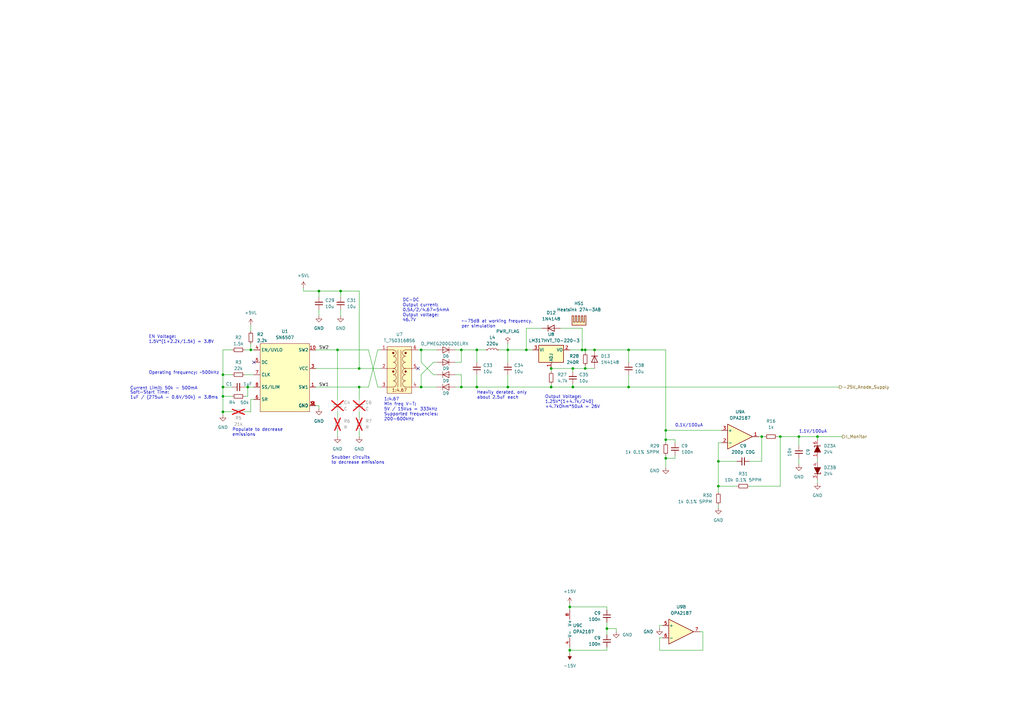
<source format=kicad_sch>
(kicad_sch (version 20230121) (generator eeschema)
  (paper "A3")
  (title_block (title "EuroMeasure Ion Gauge Controller") (date "2023-10-17") (rev "1.0.0"))
  (lib_symbols
    (symbol "Device:C_Small" (pin_numbers hide) (pin_names (offset 0.254) hide)
      (property "Reference" "C" (at 0.254 1.778 0))
      (property "Value" "C_Small" (at 0.254 -2.032 0))
      (symbol "C_Small_0_1"
        (polyline (pts (xy -1.524 -0.508) (xy 1.524 -0.508)) (stroke (width 0.3302)))
        (polyline (pts (xy -1.524 0.508) (xy 1.524 0.508)) (stroke (width 0.3048)))
      )
      (symbol "C_Small_1_1"
        (pin passive line (at 0 2.54 270) (length 2.032) (name "~") (number "1"))
        (pin passive line (at 0 -2.54 90) (length 2.032) (name "~") (number "2"))
      )
    )
    (symbol "Device:R_Small" (pin_numbers hide) (pin_names (offset 0.254) hide)
      (property "Reference" "R" (at 0.762 0.508 0))
      (property "Value" "R_Small" (at 0.762 -1.016 0))
      (symbol "R_Small_0_1"
        (rectangle (start -0.762 1.778) (end 0.762 -1.778) (stroke (width 0.2032)))
      )
      (symbol "R_Small_1_1"
        (pin passive line (at 0 2.54 270) (length 0.762) (name "~") (number "1"))
        (pin passive line (at 0 -2.54 90) (length 0.762) (name "~") (number "2"))
      )
    )
    (symbol "MEMS_Discrete-semiconductor:D_1N4148WS-SOD323" (pin_numbers hide) (pin_names (offset 1.016) hide)
      (property "Reference" "D" (at 0 2.54 0))
      (property "Value" "1N4148" (at 0 -2.54 0))
      (symbol "D_1N4148WS-SOD323_0_1"
        (polyline (pts (xy -1.27 1.27) (xy -1.27 -1.27)) (stroke (width 0.254)))
        (polyline (pts (xy 1.27 0) (xy -1.27 0)))
        (polyline (pts (xy 1.27 1.27) (xy 1.27 -1.27) (xy -1.27 0) (xy 1.27 1.27)) (stroke (width 0.254)))
      )
      (symbol "D_1N4148WS-SOD323_1_1"
        (pin passive line (at -3.81 0 0) (length 2.54) (name "K") (number "1"))
        (pin passive line (at 3.81 0 180) (length 2.54) (name "A") (number "2"))
      )
    )
    (symbol "MEMS_Discrete-semiconductor:D_PMEG200G20ELRX" (pin_numbers hide) (pin_names hide)
      (property "Reference" "D" (at 0 2.54 0))
      (property "Value" "D_PMEG200G20ELRX" (at 0 -2.54 0))
      (symbol "D_PMEG200G20ELRX_0_1"
        (polyline (pts (xy -1.27 -1.27) (xy -1.27 1.27)))
        (polyline (pts (xy 1.27 0) (xy -1.27 0)))
        (polyline (pts (xy 1.27 1.27) (xy 1.27 -1.27) (xy -1.27 0) (xy 1.27 1.27)) (stroke (width 0.2032)))
      )
      (symbol "D_PMEG200G20ELRX_1_1"
        (pin passive line (at -3.81 0 0) (length 2.54) (name "K") (number "1"))
        (pin passive line (at 3.81 0 180) (length 2.54) (name "A") (number "2"))
      )
    )
    (symbol "MEMS_Discrete-semiconductor:D_Zener_2V4_dual_MMBZ5221BS" (pin_names (offset 1.016) hide)
      (property "Reference" "DZ" (at 0 5.08 0))
      (property "Value" "2V4" (at 0 2.54 0))
      (symbol "D_Zener_2V4_dual_MMBZ5221BS_0_1"
        (polyline (pts (xy -1.27 0) (xy 1.27 0)))
        (polyline (pts (xy 1.27 -1.27) (xy 1.27 1.27)) (stroke (width 0.254)))
        (polyline (pts (xy 1.27 1.27) (xy 0.762 1.27)) (stroke (width 0.254)))
        (polyline (pts (xy -1.27 1.27) (xy -1.27 -1.27) (xy 1.27 0) (xy -1.27 1.27)) (stroke (width 0.254)) (fill (type outline)))
      )
      (symbol "D_Zener_2V4_dual_MMBZ5221BS_1_1"
        (pin passive line (at -3.81 0 0) (length 2.54) (name "A") (number "1"))
        (pin passive line (at 3.81 0 180) (length 2.54) (name "K") (number "6"))
      )
      (symbol "D_Zener_2V4_dual_MMBZ5221BS_2_1"
        (pin passive line (at 3.81 0 180) (length 2.54) (name "K") (number "3"))
        (pin passive line (at -3.81 0 0) (length 2.54) (name "A") (number "4"))
      )
    )
    (symbol "MEMS_Electromechanical:Heatsink" (pin_names (offset 1.016))
      (property "Reference" "HS" (at 0 5.08 0))
      (property "Value" "Heatsink 274-3AB" (at 0 -1.27 0))
      (symbol "Heatsink_0_1"
        (polyline (pts (xy -0.3302 1.27) (xy -0.9652 1.27) (xy -0.9652 3.81) (xy -1.6002 3.81) (xy -1.6002 1.27) (xy -2.2352 1.27) (xy -2.2352 3.81) (xy -2.8702 3.81) (xy -2.8702 0) (xy -0.9652 0)) (stroke (width 0.254)) (fill (type background)))
        (polyline (pts (xy -0.3302 1.27) (xy -0.3302 3.81) (xy 0.3048 3.81) (xy 0.3048 1.27) (xy 0.9398 1.27) (xy 0.9398 3.81) (xy 1.5748 3.81) (xy 1.5748 1.27) (xy 2.2098 1.27) (xy 2.2098 3.81) (xy 2.8448 3.81) (xy 2.8448 0) (xy -0.9652 0)) (stroke (width 0.254)) (fill (type background)))
      )
    )
    (symbol "MEMS_IC:LM317HVT_TO-220-3" (pin_names (offset 0.254))
      (property "Reference" "U1" (at 0 6.35 0))
      (property "Value" "LM317HVT_TO-220-3" (at 0 3.81 0))
      (symbol "LM317HVT_TO-220-3_0_1"
        (rectangle (start -5.08 1.905) (end 5.08 -5.08) (stroke (width 0.254)) (fill (type background)))
      )
      (symbol "LM317HVT_TO-220-3_1_1"
        (pin input line (at 0 -7.62 90) (length 2.54) (name "ADJ") (number "1"))
        (pin power_out line (at 7.62 0 180) (length 2.54) (name "VO") (number "2"))
        (pin power_in line (at -7.62 0 0) (length 2.54) (name "VI") (number "3"))
      )
    )
    (symbol "MEMS_IC:OPA2187IDR-SOIC8" (pin_names (offset 0.127))
      (property "Reference" "U" (at 0 5.08 0))
      (property "Value" "OPA2187" (at 0 -5.08 0))
      (symbol "OPA2187IDR-SOIC8_1_1"
        (polyline (pts (xy -5.08 5.08) (xy 5.08 0) (xy -5.08 -5.08) (xy -5.08 5.08)) (stroke (width 0.254)) (fill (type background)))
        (pin output line (at 7.62 0 180) (length 2.54) (name "~") (number "1"))
        (pin input line (at -7.62 -2.54 0) (length 2.54) (name "-") (number "2"))
        (pin input line (at -7.62 2.54 0) (length 2.54) (name "+") (number "3"))
      )
      (symbol "OPA2187IDR-SOIC8_2_1"
        (polyline (pts (xy -5.08 5.08) (xy 5.08 0) (xy -5.08 -5.08) (xy -5.08 5.08)) (stroke (width 0.254)) (fill (type background)))
        (pin input line (at -7.62 2.54 0) (length 2.54) (name "+") (number "5"))
        (pin input line (at -7.62 -2.54 0) (length 2.54) (name "-") (number "6"))
        (pin output line (at 7.62 0 180) (length 2.54) (name "~") (number "7"))
      )
      (symbol "OPA2187IDR-SOIC8_3_1"
        (pin power_in line (at -2.54 -7.62 90) (length 3.81) (name "V-") (number "4"))
        (pin power_in line (at -2.54 7.62 270) (length 3.81) (name "V+") (number "8"))
      )
    )
    (symbol "MEMS_IC:SN6507"
      (property "Reference" "U" (at -8.89 13.97 0))
      (property "Value" "SN6507" (at 6.35 -16.51 0))
      (symbol "SN6507_0_1"
        (rectangle (start -10.16 12.7) (end 10.16 -15.24) (fill (type background)))
      )
      (symbol "SN6507_1_1"
        (pin open_collector line (at 12.7 -5.08 180) (length 2.54) (name "SW1") (number "1"))
        (pin open_collector line (at 12.7 10.16 180) (length 2.54) (name "SW2") (number "10"))
        (pin power_in line (at 12.7 -12.7 180) (length 2.54) (name "GND") (number "11"))
        (pin power_in line (at 12.7 -12.7 180) (length 2.54) (name "GND") (number "2"))
        (pin power_in line (at 12.7 2.54 180) (length 2.54) (name "VCC") (number "3"))
        (pin input line (at -12.7 10.16 0) (length 2.54) (name "EN/UVLO") (number "4"))
        (pin input line (at -12.7 5.08 0) (length 2.54) (name "DC") (number "5"))
        (pin input line (at -12.7 -10.16 0) (length 2.54) (name "SR") (number "6"))
        (pin input line (at -12.7 0 0) (length 2.54) (name "CLK") (number "7"))
        (pin input line (at -12.7 -5.08 0) (length 2.54) (name "SS/ILIM") (number "8"))
        (pin power_in line (at 12.7 -12.7 180) (length 2.54) (name "GND") (number "9"))
      )
    )
    (symbol "MEMS_Passive:L_1210_220u" (pin_numbers hide) (pin_names hide)
      (property "Reference" "L" (at 0 1.905 0))
      (property "Value" "220u" (at 0 3.81 0))
      (symbol "L_1210_220u_0_1"
        (arc (start -0.635 0.0252) (mid -1.27 0.6355) (end -1.905 0.0252))
        (arc (start 0.635 0.0252) (mid 0 0.649) (end -0.635 0.0252))
        (arc (start 1.905 0.0252) (mid 1.27 0.649) (end 0.635 0.0252))
      )
      (symbol "L_1210_220u_1_1"
        (pin passive line (at -2.54 0 0) (length 0.64) (name "~") (number "1"))
        (pin passive line (at 2.54 0 180) (length 0.64) (name "~") (number "2"))
      )
    )
    (symbol "MEMS_Passive:R_0805_10k_0.1%_5PPM" (pin_numbers hide) (pin_names (offset 0.254) hide)
      (property "Reference" "R" (at 0.762 0.508 0))
      (property "Value" "10k 0.1% 5PPM" (at 0.762 -1.016 0))
      (symbol "R_0805_10k_0.1%_5PPM_0_1"
        (rectangle (start -0.762 1.778) (end 0.762 -1.778) (stroke (width 0.2032)))
      )
      (symbol "R_0805_10k_0.1%_5PPM_1_1"
        (pin passive line (at 0 2.54 270) (length 0.762) (name "~") (number "1"))
        (pin passive line (at 0 -2.54 90) (length 0.762) (name "~") (number "2"))
      )
    )
    (symbol "MEMS_Passive:R_0805_1k_0.1%_5PPM" (pin_numbers hide) (pin_names (offset 0.254) hide)
      (property "Reference" "R" (at 0.762 0.508 0))
      (property "Value" "1k 0.1% 5PPM" (at 0.762 -1.016 0))
      (symbol "R_0805_1k_0.1%_5PPM_0_1"
        (rectangle (start -0.762 1.778) (end 0.762 -1.778) (stroke (width 0.2032)))
      )
      (symbol "R_0805_1k_0.1%_5PPM_1_1"
        (pin passive line (at 0 2.54 270) (length 0.762) (name "~") (number "1"))
        (pin passive line (at 0 -2.54 90) (length 0.762) (name "~") (number "2"))
      )
    )
    (symbol "MEMS_Passive:T_750316856"
      (property "Reference" "T" (at 0 10.16 0))
      (property "Value" "T_750316856" (at 0 -11.43 0))
      (symbol "T_750316856_0_1"
        (rectangle (start -5.08 8.89) (end 5.08 -10.16) (fill (type background)))
        (circle (center -2.54 -1.27) (radius 0.3592) (fill (type outline)))
        (arc (start -2.54 5.08) (mid -1.3051 6.35) (end -2.54 7.62))
        (circle (center -2.54 6.35) (radius 0.3592) (fill (type outline)))
        (arc (start -2.5044 -7.62) (mid -1.2695 -6.35) (end -2.5044 -5.08))
        (arc (start -2.5044 -5.08) (mid -1.2695 -3.81) (end -2.5044 -2.54))
        (arc (start -2.5044 -2.54) (mid -1.2695 -1.27) (end -2.5044 0))
        (arc (start -2.5044 0) (mid -1.2695 1.27) (end -2.5044 2.54))
        (arc (start -2.5044 2.54) (mid -1.2695 3.81) (end -2.5044 5.08))
        (polyline (pts (xy -5.08 0) (xy -2.54 0)))
        (polyline (pts (xy -2.54 -7.62) (xy -5.08 -7.62)))
        (polyline (pts (xy -2.54 7.62) (xy -5.08 7.62)))
        (polyline (pts (xy -0.635 7.62) (xy -0.635 -7.62)))
        (polyline (pts (xy 0.635 -7.62) (xy 0.635 7.62)))
        (polyline (pts (xy 2.54 0) (xy 5.08 0)))
        (polyline (pts (xy 5.08 -7.62) (xy 2.54 -7.62)))
        (polyline (pts (xy 5.08 7.62) (xy 2.54 7.62)))
        (arc (start 2.4688 -2.54) (mid 1.2339 -3.81) (end 2.4688 -5.08))
        (arc (start 2.4688 0) (mid 1.2339 -1.27) (end 2.4688 -2.54))
        (arc (start 2.4688 2.54) (mid 1.2339 1.27) (end 2.4688 0))
        (arc (start 2.4688 5.08) (mid 1.2339 3.81) (end 2.4688 2.54))
        (arc (start 2.4688 7.62) (mid 1.2339 6.35) (end 2.4688 5.08))
        (arc (start 2.5044 -5.08) (mid 1.2695 -6.35) (end 2.5044 -7.62))
        (circle (center 2.54 -1.27) (radius 0.3592) (fill (type outline)))
        (circle (center 2.54 6.35) (radius 0.3592) (fill (type outline)))
      )
      (symbol "T_750316856_1_0"
        (text "1:4.67" (at 0 -8.89 0) (effects (font (size 1.27 1.27))))
      )
      (symbol "T_750316856_1_1"
        (pin passive line (at -7.62 7.62 0) (length 2.54) (name "") (number "1"))
        (pin passive line (at -7.62 0 0) (length 2.54) (name "") (number "2"))
        (pin passive line (at -7.62 -7.62 0) (length 2.54) (name "") (number "3"))
        (pin passive line (at 7.62 -7.62 180) (length 2.54) (name "") (number "4"))
        (pin passive line (at 7.62 0 180) (length 2.54) (name "") (number "5"))
        (pin passive line (at 7.62 7.62 180) (length 2.54) (name "") (number "6"))
      )
    )
    (symbol "power:+15V" (power) (pin_names (offset 0))
      (property "Value" "+15V" (at 0 3.556 0))
      (symbol "+15V_0_1"
        (polyline (pts (xy -0.762 1.27) (xy 0 2.54)))
        (polyline (pts (xy 0 0) (xy 0 2.54)))
        (polyline (pts (xy 0 2.54) (xy 0.762 1.27)))
      )
      (symbol "+15V_1_1"
        (pin power_in line (at 0 0 90) (length 0) hide (name "+15V") (number "1"))
      )
    )
    (symbol "power:+5VL" (power) (pin_names (offset 0))
      (property "Value" "+5VL" (at 0 3.556 0))
      (symbol "+5VL_0_1"
        (polyline (pts (xy -0.762 1.27) (xy 0 2.54)))
        (polyline (pts (xy 0 0) (xy 0 2.54)))
        (polyline (pts (xy 0 2.54) (xy 0.762 1.27)))
      )
      (symbol "+5VL_1_1"
        (pin power_in line (at 0 0 90) (length 0) hide (name "+5VL") (number "1"))
      )
    )
    (symbol "power:-15V" (power) (pin_names (offset 0))
      (property "Value" "-15V" (at 0 3.81 0))
      (symbol "-15V_0_0"
        (pin power_in line (at 0 0 90) (length 0) hide (name "-15V") (number "1"))
      )
      (symbol "-15V_0_1"
        (polyline (pts (xy 0 0) (xy 0 1.27) (xy 0.762 1.27) (xy 0 2.54) (xy -0.762 1.27) (xy 0 1.27)) (fill (type outline)))
      )
    )
    (symbol "power:GND" (power) (pin_names (offset 0))
      (property "Value" "GND" (at 0 -3.81 0))
      (symbol "GND_0_1"
        (polyline (pts (xy 0 0) (xy 0 -1.27) (xy 1.27 -1.27) (xy 0 -2.54) (xy -1.27 -1.27) (xy 0 -1.27)))
      )
      (symbol "GND_1_1"
        (pin power_in line (at 0 0 270) (length 0) hide (name "GND") (number "1"))
      )
    )
    (symbol "power:PWR_FLAG" (power) (pin_numbers hide) (pin_names (offset 0) hide)
      (property "Value" "PWR_FLAG" (at 0 3.81 0))
      (symbol "PWR_FLAG_0_0"
        (pin power_out line (at 0 0 90) (length 0) (name "pwr") (number "1"))
      )
      (symbol "PWR_FLAG_0_1"
        (polyline (pts (xy 0 0) (xy 0 1.27) (xy -1.016 1.905) (xy 0 2.54) (xy 1.016 1.905) (xy 0 1.27)))
      )
    )
  )
  (junction (at 208.28 143.51))
  (junction (at 294.64 199.39))
  (junction (at 238.76 143.51))
  (junction (at 335.28 179.07))
  (junction (at 273.05 180.34))
  (junction (at 273.05 176.53))
  (junction (at 195.58 158.75))
  (junction (at 139.7 119.38))
  (junction (at 226.06 151.13))
  (junction (at 91.44 153.67))
  (junction (at 234.95 151.13))
  (junction (at 102.87 143.51))
  (junction (at 91.44 158.75))
  (junction (at 320.04 179.07))
  (junction (at 138.43 143.51))
  (junction (at 273.05 187.96))
  (junction (at 91.44 168.91))
  (junction (at 234.95 158.75))
  (junction (at 257.81 158.75))
  (junction (at 312.42 179.07))
  (junction (at 248.92 257.81))
  (junction (at 233.68 248.92))
  (junction (at 147.32 151.13))
  (junction (at 327.66 179.07))
  (junction (at 215.9 143.51))
  (junction (at 226.06 158.75))
  (junction (at 189.23 143.51))
  (junction (at 240.03 143.51))
  (junction (at 91.44 162.56))
  (junction (at 101.6 158.75))
  (junction (at 172.72 158.75))
  (junction (at 294.64 189.23))
  (junction (at 147.32 158.75))
  (junction (at 243.84 143.51))
  (junction (at 233.68 266.7))
  (junction (at 195.58 143.51))
  (junction (at 189.23 158.75))
  (junction (at 257.81 143.51))
  (junction (at 240.03 151.13))
  (junction (at 208.28 158.75))
  (junction (at 172.72 143.51))
  (junction (at 130.81 119.38))
  (no_connect (at 104.14 148.59))
  (no_connect (at 171.45 151.13))
  (wire (pts (xy 294.64 181.61) (xy 295.91 181.61)))
  (wire (pts (xy 91.44 162.56) (xy 91.44 158.75)))
  (wire (pts (xy 130.81 166.37) (xy 129.54 166.37)))
  (wire (pts (xy 130.81 119.38) (xy 130.81 121.92)))
  (wire (pts (xy 208.28 143.51) (xy 215.9 143.51)))
  (wire (pts (xy 186.69 153.67) (xy 189.23 153.67)))
  (wire (pts (xy 177.8 148.59) (xy 179.07 148.59)))
  (wire (pts (xy 234.95 151.13) (xy 234.95 152.4)))
  (wire (pts (xy 139.7 119.38) (xy 147.32 119.38)))
  (wire (pts (xy 270.51 257.81) (xy 270.51 256.54)))
  (wire (pts (xy 234.95 157.48) (xy 234.95 158.75)))
  (wire (pts (xy 101.6 158.75) (xy 104.14 158.75)))
  (wire (pts (xy 139.7 119.38) (xy 139.7 121.92)))
  (wire (pts (xy 257.81 143.51) (xy 273.05 143.51)))
  (wire (pts (xy 215.9 143.51) (xy 218.44 143.51)))
  (wire (pts (xy 273.05 186.69) (xy 273.05 187.96)))
  (wire (pts (xy 102.87 168.91) (xy 100.33 168.91)))
  (wire (pts (xy 327.66 187.96) (xy 327.66 190.5)))
  (wire (pts (xy 248.92 248.92) (xy 233.68 248.92)))
  (wire (pts (xy 240.03 143.51) (xy 243.84 143.51)))
  (wire (pts (xy 270.51 266.7) (xy 288.29 266.7)))
  (wire (pts (xy 240.03 143.51) (xy 238.76 143.51)))
  (wire (pts (xy 138.43 143.51) (xy 138.43 163.83)))
  (wire (pts (xy 147.32 168.91) (xy 147.32 171.45)))
  (wire (pts (xy 186.69 148.59) (xy 189.23 148.59)))
  (wire (pts (xy 320.04 179.07) (xy 327.66 179.07)))
  (wire (pts (xy 312.42 179.07) (xy 313.69 179.07)))
  (wire (pts (xy 124.46 119.38) (xy 130.81 119.38)))
  (wire (pts (xy 335.28 187.96) (xy 335.28 189.23)))
  (wire (pts (xy 208.28 140.97) (xy 208.28 143.51)))
  (wire (pts (xy 276.86 187.96) (xy 273.05 187.96)))
  (wire (pts (xy 248.92 257.81) (xy 248.92 260.35)))
  (wire (pts (xy 226.06 151.13) (xy 234.95 151.13)))
  (wire (pts (xy 208.28 158.75) (xy 226.06 158.75)))
  (wire (pts (xy 270.51 256.54) (xy 271.78 256.54)))
  (wire (pts (xy 271.78 261.62) (xy 270.51 261.62)))
  (wire (pts (xy 154.94 143.51) (xy 151.13 158.75)))
  (wire (pts (xy 138.43 143.51) (xy 151.13 143.51)))
  (wire (pts (xy 154.94 158.75) (xy 156.21 158.75)))
  (wire (pts (xy 130.81 119.38) (xy 139.7 119.38)))
  (wire (pts (xy 312.42 189.23) (xy 312.42 179.07)))
  (wire (pts (xy 151.13 143.51) (xy 154.94 158.75)))
  (wire (pts (xy 240.03 144.78) (xy 240.03 143.51)))
  (wire (pts (xy 320.04 179.07) (xy 320.04 199.39)))
  (wire (pts (xy 147.32 119.38) (xy 147.32 151.13)))
  (wire (pts (xy 226.06 158.75) (xy 234.95 158.75)))
  (wire (pts (xy 233.68 143.51) (xy 238.76 143.51)))
  (wire (pts (xy 307.34 199.39) (xy 320.04 199.39)))
  (wire (pts (xy 294.64 207.01) (xy 294.64 208.28)))
  (wire (pts (xy 240.03 151.13) (xy 240.03 149.86)))
  (wire (pts (xy 257.81 148.59) (xy 257.81 143.51)))
  (wire (pts (xy 233.68 266.7) (xy 233.68 267.97)))
  (wire (pts (xy 327.66 179.07) (xy 327.66 182.88)))
  (wire (pts (xy 288.29 266.7) (xy 288.29 259.08)))
  (wire (pts (xy 171.45 143.51) (xy 172.72 143.51)))
  (wire (pts (xy 102.87 140.97) (xy 102.87 143.51)))
  (wire (pts (xy 102.87 133.35) (xy 102.87 135.89)))
  (wire (pts (xy 147.32 151.13) (xy 156.21 151.13)))
  (wire (pts (xy 195.58 153.67) (xy 195.58 158.75)))
  (wire (pts (xy 91.44 158.75) (xy 91.44 153.67)))
  (wire (pts (xy 273.05 180.34) (xy 273.05 181.61)))
  (wire (pts (xy 320.04 179.07) (xy 318.77 179.07)))
  (wire (pts (xy 138.43 168.91) (xy 138.43 171.45)))
  (wire (pts (xy 189.23 143.51) (xy 186.69 143.51)))
  (wire (pts (xy 100.33 162.56) (xy 101.6 162.56)))
  (wire (pts (xy 238.76 134.62) (xy 238.76 143.51)))
  (wire (pts (xy 240.03 151.13) (xy 243.84 151.13)))
  (wire (pts (xy 172.72 148.59) (xy 177.8 153.67)))
  (wire (pts (xy 91.44 158.75) (xy 95.25 158.75)))
  (wire (pts (xy 124.46 118.11) (xy 124.46 119.38)))
  (wire (pts (xy 252.73 259.08) (xy 252.73 257.81)))
  (wire (pts (xy 208.28 148.59) (xy 208.28 143.51)))
  (wire (pts (xy 151.13 158.75) (xy 147.32 158.75)))
  (wire (pts (xy 273.05 180.34) (xy 276.86 180.34)))
  (wire (pts (xy 226.06 157.48) (xy 226.06 158.75)))
  (wire (pts (xy 208.28 153.67) (xy 208.28 158.75)))
  (wire (pts (xy 294.64 181.61) (xy 294.64 189.23)))
  (wire (pts (xy 156.21 143.51) (xy 154.94 143.51)))
  (wire (pts (xy 307.34 189.23) (xy 312.42 189.23)))
  (wire (pts (xy 91.44 153.67) (xy 95.25 153.67)))
  (wire (pts (xy 91.44 153.67) (xy 91.44 143.51)))
  (wire (pts (xy 172.72 143.51) (xy 172.72 148.59)))
  (wire (pts (xy 147.32 176.53) (xy 147.32 179.07)))
  (wire (pts (xy 101.6 158.75) (xy 100.33 158.75)))
  (wire (pts (xy 102.87 163.83) (xy 102.87 168.91)))
  (wire (pts (xy 226.06 151.13) (xy 226.06 152.4)))
  (wire (pts (xy 204.47 143.51) (xy 208.28 143.51)))
  (wire (pts (xy 294.64 189.23) (xy 294.64 199.39)))
  (wire (pts (xy 248.92 250.19) (xy 248.92 248.92)))
  (wire (pts (xy 335.28 179.07) (xy 345.44 179.07)))
  (wire (pts (xy 252.73 257.81) (xy 248.92 257.81)))
  (wire (pts (xy 91.44 168.91) (xy 91.44 162.56)))
  (wire (pts (xy 257.81 153.67) (xy 257.81 158.75)))
  (wire (pts (xy 195.58 148.59) (xy 195.58 143.51)))
  (wire (pts (xy 257.81 158.75) (xy 344.17 158.75)))
  (wire (pts (xy 104.14 163.83) (xy 102.87 163.83)))
  (wire (pts (xy 222.25 134.62) (xy 215.9 134.62)))
  (wire (pts (xy 273.05 176.53) (xy 273.05 180.34)))
  (wire (pts (xy 233.68 247.65) (xy 233.68 248.92)))
  (wire (pts (xy 302.26 199.39) (xy 294.64 199.39)))
  (wire (pts (xy 129.54 143.51) (xy 138.43 143.51)))
  (wire (pts (xy 276.86 181.61) (xy 276.86 180.34)))
  (wire (pts (xy 273.05 187.96) (xy 273.05 191.77)))
  (wire (pts (xy 327.66 179.07) (xy 335.28 179.07)))
  (wire (pts (xy 172.72 143.51) (xy 179.07 143.51)))
  (wire (pts (xy 248.92 255.27) (xy 248.92 257.81)))
  (wire (pts (xy 233.68 265.43) (xy 233.68 266.7)))
  (wire (pts (xy 233.68 266.7) (xy 248.92 266.7)))
  (wire (pts (xy 91.44 168.91) (xy 91.44 170.18)))
  (wire (pts (xy 294.64 199.39) (xy 294.64 201.93)))
  (wire (pts (xy 100.33 143.51) (xy 102.87 143.51)))
  (wire (pts (xy 100.33 153.67) (xy 104.14 153.67)))
  (wire (pts (xy 130.81 129.54) (xy 130.81 127)))
  (wire (pts (xy 311.15 179.07) (xy 312.42 179.07)))
  (wire (pts (xy 129.54 151.13) (xy 147.32 151.13)))
  (wire (pts (xy 189.23 153.67) (xy 189.23 158.75)))
  (wire (pts (xy 243.84 143.51) (xy 257.81 143.51)))
  (wire (pts (xy 129.54 158.75) (xy 147.32 158.75)))
  (wire (pts (xy 130.81 167.64) (xy 130.81 166.37)))
  (wire (pts (xy 138.43 176.53) (xy 138.43 179.07)))
  (wire (pts (xy 189.23 158.75) (xy 195.58 158.75)))
  (wire (pts (xy 195.58 158.75) (xy 208.28 158.75)))
  (wire (pts (xy 147.32 158.75) (xy 147.32 163.83)))
  (wire (pts (xy 102.87 143.51) (xy 104.14 143.51)))
  (wire (pts (xy 91.44 143.51) (xy 95.25 143.51)))
  (wire (pts (xy 288.29 259.08) (xy 287.02 259.08)))
  (wire (pts (xy 270.51 261.62) (xy 270.51 266.7)))
  (wire (pts (xy 91.44 162.56) (xy 95.25 162.56)))
  (wire (pts (xy 335.28 179.07) (xy 335.28 180.34)))
  (wire (pts (xy 101.6 162.56) (xy 101.6 158.75)))
  (wire (pts (xy 172.72 153.67) (xy 172.72 158.75)))
  (wire (pts (xy 95.25 168.91) (xy 91.44 168.91)))
  (wire (pts (xy 234.95 151.13) (xy 240.03 151.13)))
  (wire (pts (xy 248.92 266.7) (xy 248.92 265.43)))
  (wire (pts (xy 215.9 134.62) (xy 215.9 143.51)))
  (wire (pts (xy 189.23 143.51) (xy 195.58 143.51)))
  (wire (pts (xy 273.05 143.51) (xy 273.05 176.53)))
  (wire (pts (xy 234.95 158.75) (xy 257.81 158.75)))
  (wire (pts (xy 172.72 158.75) (xy 179.07 158.75)))
  (wire (pts (xy 189.23 143.51) (xy 189.23 148.59)))
  (wire (pts (xy 276.86 186.69) (xy 276.86 187.96)))
  (wire (pts (xy 189.23 158.75) (xy 186.69 158.75)))
  (wire (pts (xy 233.68 248.92) (xy 233.68 250.19)))
  (wire (pts (xy 139.7 129.54) (xy 139.7 127)))
  (wire (pts (xy 273.05 176.53) (xy 295.91 176.53)))
  (wire (pts (xy 294.64 189.23) (xy 302.26 189.23)))
  (wire (pts (xy 195.58 143.51) (xy 199.39 143.51)))
  (wire (pts (xy 335.28 196.85) (xy 335.28 198.12)))
  (wire (pts (xy 172.72 153.67) (xy 177.8 148.59)))
  (wire (pts (xy 229.87 134.62) (xy 238.76 134.62)))
  (wire (pts (xy 177.8 153.67) (xy 179.07 153.67)))
  (wire (pts (xy 171.45 158.75) (xy 172.72 158.75)))
  (text "DC-DC\nOutput current:\n0.5A/2/4.67=54mA\nOutput voltage:\n46.7V" (at 165.1 132.08 0) (effects (font (size 1.27 1.27)) (justify left bottom)))
  (text "1.1V/100uA" (at 327.66 177.8 0) (effects (font (size 1.27 1.27)) (justify left bottom)))
  (text "Soft-Start Time:\n1uF / (275uA - 0.6V/50k) = 3.8ms" (at 53.34 163.83 0) (effects (font (size 1.27 1.27)) (justify left bottom)))
  (text "Heavily derated, only\nabout 2.5uF each" (at 195.58 163.83 0) (effects (font (size 1.27 1.27)) (justify left bottom)))
  (text "Current Limit: 50k - 500mA" (at 53.34 160.02 0) (effects (font (size 1.27 1.27)) (justify left bottom)))
  (text "Operating frequency: ~500kHz" (at 60.96 153.67 0) (effects (font (size 1.27 1.27)) (justify left bottom)))
  (text "1:4.67\nMin freq V-T: \n5V / 15Vus = 333kHz\nSupported frequencies:\n200-600kHz" (at 157.48 172.72 0) (effects (font (size 1.27 1.27)) (justify left bottom)))
  (text "0.1V/100uA" (at 276.86 175.26 0) (effects (font (size 1.27 1.27)) (justify left bottom)))
  (text "Output Voltage:\n1.25V*(1+4.7k/240)\n+4.7kOhm*50uA = 26V" (at 223.52 167.64 0) (effects (font (size 1.27 1.27)) (justify left bottom)))
  (text "~-75dB at working frequency,\nper simulation" (at 189.23 134.62 0) (effects (font (size 1.27 1.27)) (justify left bottom)))
  (text "Populate to decrease\nemissions" (at 95.25 179.07 0) (effects (font (size 1.27 1.27)) (justify left bottom)))
  (text "EN Voltage: \n1.5V*(1+2.2k/1.5k) = 3.8V" (at 60.96 140.97 0) (effects (font (size 1.27 1.27)) (justify left bottom)))
  (text "Snubber circuits\nto decrease emissions" (at 135.89 190.5 0) (effects (font (size 1.27 1.27)) (justify left bottom)))
  (label "SW1" (at 130.81 158.75 0))
  (label "SW2" (at 130.81 143.51 0))
  (hierarchical_label "I_Monitor" (shape output) (at 345.44 179.07 0))
  (hierarchical_label "-25V_Anode_Supply" (shape output) (at 344.17 158.75 0))
  (symbol (lib_id "Device:R_Small") (at 226.06 154.94 0) (unit 1)
    (property "Reference" "R27" (at 228.6 153.67 0) (effects (justify left)))
    (property "Value" "4.7k" (at 228.6 156.21 0) (effects (justify left)))
    (property "Footprint" "Resistor_SMD:R_0805_2012Metric_Pad1.20x1.40mm_HandSolder" (effects hide))
  )
  (symbol (lib_id "MEMS_IC:SN6507") (at 116.84 153.67 0) (unit 1)
    (property "Reference" "U1" (at 116.84 135.89 0))
    (property "Value" "SN6507" (at 116.84 138.43 0))
    (property "Footprint" "MEMS_IC:SN6507" (effects hide))
    (property "Datasheet" "https://www.ti.com/lit/ds/symlink/sn6507.pdf?ts=1663531186741" (effects hide))
    (instances (project "IsolatedPowerSupply" (path "" (reference "U1") (unit 1))) (project "EuroMeasure-IonGaugeController" (path "" (reference "U6") (unit 1))))
  )
  (symbol (lib_id "MEMS_Passive:T_750316856") (at 163.83 151.13 0) (unit 1)
    (property "Reference" "U7" (at 163.83 137.16 0))
    (property "Value" "T_750316856" (at 163.83 139.7 0))
    (property "Footprint" "MEMS_Passive:750316856" (effects hide))
    (property "Datasheet" "https://www.we-online.com/components/products/datasheet/750316856.pdf" (effects hide))
    (property "MPN:" "750316856" (effects hide))
    (property "Mouser:" "710-750316856" (effects hide))
  )
  (symbol (lib_id "Device:C_Small") (at 248.92 262.89 0) (unit 1)
    (property "Reference" "C9" (at 246.38 261.6263 0) (effects (justify right)))
    (property "Value" "100n" (at 246.38 264.1663 0) (effects (justify right)))
    (property "Footprint" "Capacitor_SMD:C_0805_2012Metric_Pad1.18x1.45mm_HandSolder" (effects hide))
    (instances (project "gvpsu2" (path "" (reference "C9") (unit 1))) (project "EuroMeasure-IonGaugeController" (path "" (reference "C17") (unit 1)) (path "" (reference "C19") (unit 1)) (path "" (reference "C37") (unit 1))))
  )
  (symbol (lib_id "Device:C_Small") (at 304.8 189.23 90) (unit 1)
    (property "Reference" "C9" (at 304.8063 182.88 90))
    (property "Value" "200p C0G" (at 304.8063 185.42 90))
    (property "Footprint" "Capacitor_SMD:C_0805_2012Metric_Pad1.18x1.45mm_HandSolder" (effects hide))
    (instances (project "gvpsu2" (path "" (reference "C9") (unit 1))) (project "EuroMeasure-IonGaugeController" (path "" (reference "C17") (unit 1)) (path "" (reference "C19") (unit 1)) (path "" (reference "C58") (unit 1))))
  )
  (symbol (lib_id "MEMS_Discrete-semiconductor:D_PMEG200G20ELRX") (at 182.88 158.75 0) (unit 1)
    (property "Reference" "D9" (at 182.88 161.29 0))
    (property "Value" "MURS160BJ" (effects hide))
    (property "Footprint" "Diode_SMD:D_SOD-123F" (effects hide))
    (property "Datasheet" "https://www.mouser.pl/datasheet/2/916/PMEG200G20ELR-2634417.pdf" (effects hide))
    (property "Sim.Device" "D" (effects hide))
    (property "Sim.Pins" "1=K 2=A" (effects hide))
    (property "MPN" "PMEG200G20ELRX " (effects hide))
    (property "Mouser" "771-PMEG200G20ELRX " (effects hide))
    (instances (project "EuroMeasure-SYMHV" (path "" (reference "D9") (unit 1))) (project "EuroMeasure-IonGaugeController" (path "" (reference "D6") (unit 1)) (path "" (reference "D11") (unit 1))))
  )
  (symbol (lib_id "Device:C_Small") (at 195.58 151.13 180) (unit 1)
    (property "Reference" "C33" (at 198.12 149.8536 0) (effects (justify right)))
    (property "Value" "10u" (at 198.12 152.3936 0) (effects (justify right)))
    (property "Footprint" "Capacitor_SMD:C_1206_3216Metric_Pad1.33x1.80mm_HandSolder" (effects hide))
    (property "Datasheet" "https://www.murata.com/en-global/products/productdetail?partno=GRM32EC72A106KE05%23" (effects hide))
    (property "MPN" "GRM32EC72A106KE05L" (effects hide))
    (property "Mouser" "81-GRM32EC72A106KE05" (effects hide))
  )
  (symbol (lib_id "Device:C_Small") (at 147.32 166.37 0) (unit 1) (dnp yes)
    (property "Reference" "C6" (at 149.86 165.1063 0) (effects (justify left)))
    (property "Value" "C" (at 149.86 167.6463 0) (effects (justify left)))
    (property "Footprint" "Capacitor_SMD:C_0805_2012Metric_Pad1.18x1.45mm_HandSolder" (effects hide))
    (instances (project "IsolatedPowerSupply" (path "" (reference "C6") (unit 1))) (project "EuroMeasure-IonGaugeController" (path "" (reference "C32") (unit 1))))
  )
  (symbol (lib_id "MEMS_Passive:L_1210_220u") (at 201.93 143.51 0) (unit 1)
    (property "Reference" "L4" (at 201.93 138.43 0))
    (property "Value" "220u" (at 201.93 140.97 0))
    (property "Footprint" "Inductor_SMD:L_1210_3225Metric_Pad1.42x2.65mm_HandSolder" (effects hide))
    (property "Datasheet" "https://www.mouser.pl/datasheet/2/396/LSQ02_e-3082146.pdf" (effects hide))
    (property "MPN" "LSQPA322525T221KR" (effects hide))
    (property "Mouser" "963-LSQPA322525T221K" (effects hide))
  )
  (symbol (lib_id "Device:R_Small") (at 97.79 162.56 90) (unit 1)
    (property "Reference" "R4" (at 95.25 165.1 90))
    (property "Value" "50k" (at 100.33 165.1 90))
    (property "Footprint" "Resistor_SMD:R_0805_2012Metric_Pad1.20x1.40mm_HandSolder" (effects hide))
    (instances (project "IsolatedPowerSupply" (path "" (reference "R4") (unit 1))) (project "EuroMeasure-IonGaugeController" (path "" (reference "R22") (unit 1))))
  )
  (symbol (lib_id "power:+15V") (at 233.68 247.65 0) (unit 1)
    (property "Reference" "#PWR077" (effects hide))
    (property "Value" "+15V" (at 233.68 242.57 0))
  )
  (symbol (lib_id "Device:C_Small") (at 139.7 124.46 180) (unit 1)
    (property "Reference" "C31" (at 142.24 123.1836 0) (effects (justify right)))
    (property "Value" "10u" (at 142.24 125.7236 0) (effects (justify right)))
    (property "Footprint" "Capacitor_SMD:C_0805_2012Metric_Pad1.18x1.45mm_HandSolder" (effects hide))
  )
  (symbol (lib_id "Device:C_Small") (at 257.81 151.13 180) (unit 1)
    (property "Reference" "C38" (at 260.35 149.8536 0) (effects (justify right)))
    (property "Value" "10u" (at 260.35 152.3936 0) (effects (justify right)))
    (property "Footprint" "Capacitor_SMD:C_1206_3216Metric_Pad1.33x1.80mm_HandSolder" (effects hide))
    (property "Datasheet" "https://www.murata.com/en-global/products/productdetail?partno=GRM32EC72A106KE05%23" (effects hide))
    (property "MPN" "GRM32EC72A106KE05L" (effects hide))
    (property "Mouser" "81-GRM32EC72A106KE05" (effects hide))
  )
  (symbol (lib_id "Device:C_Small") (at 248.92 252.73 0) (mirror y) (unit 1)
    (property "Reference" "C9" (at 246.38 251.4663 0) (effects (justify left)))
    (property "Value" "100n" (at 246.38 254.0063 0) (effects (justify left)))
    (property "Footprint" "Capacitor_SMD:C_0805_2012Metric_Pad1.18x1.45mm_HandSolder" (effects hide))
    (instances (project "gvpsu2" (path "" (reference "C9") (unit 1))) (project "EuroMeasure-IonGaugeController" (path "" (reference "C17") (unit 1)) (path "" (reference "C19") (unit 1)) (path "" (reference "C36") (unit 1))))
  )
  (symbol (lib_id "Device:R_Small") (at 147.32 173.99 0) (unit 1) (dnp yes)
    (property "Reference" "R7" (at 149.86 172.72 0) (effects (justify left)))
    (property "Value" "R" (at 149.86 175.26 0) (effects (justify left)))
    (property "Footprint" "Resistor_SMD:R_0805_2012Metric_Pad1.20x1.40mm_HandSolder" (effects hide))
    (instances (project "IsolatedPowerSupply" (path "" (reference "R7") (unit 1))) (project "EuroMeasure-IonGaugeController" (path "" (reference "R26") (unit 1))))
  )
  (symbol (lib_id "MEMS_Discrete-semiconductor:D_Zener_2V4_dual_MMBZ5221BS") (at 335.28 184.15 90) (unit 1)
    (property "Reference" "DZ3" (at 337.82 182.88 90) (effects (justify right)))
    (property "Value" "2V4" (at 337.82 185.42 90) (effects (justify right)))
    (property "Footprint" "Package_TO_SOT_SMD:SOT-363_SC-70-6_Handsoldering" (effects hide))
    (property "Datasheet" "https://www.mouser.pl/datasheet/2/115/DIODS09919_1-2541805.pdf" (effects hide))
    (property "Mouser" "621-MMBZ5221BS-F" (effects hide))
    (property "MPN" "MMBZ5221BS-7-F" (effects hide))
  )
  (symbol (lib_id "MEMS_Electromechanical:Heatsink") (at 237.49 133.35 0) (unit 1)
    (property "Reference" "HS1" (at 237.4773 124.46 0))
    (property "Value" "Heatsink 274-3AB" (at 237.4773 127 0))
    (property "Footprint" "MEMS_Custom:274-3AB" (effects hide))
    (property "Datasheet" "https://www.mouser.pl/datasheet/2/433/Wakefield_Thermal_Board_Level_Data_Sheet-3050253.pdf" (effects hide))
    (property "MPN" "274-3AB " (effects hide))
    (property "Mouser" "567-274-3AB" (effects hide))
  )
  (symbol (lib_id "Device:R_Small") (at 138.43 173.99 0) (unit 1) (dnp yes)
    (property "Reference" "R6" (at 140.97 172.72 0) (effects (justify left)))
    (property "Value" "R" (at 140.97 175.26 0) (effects (justify left)))
    (property "Footprint" "Resistor_SMD:R_0805_2012Metric_Pad1.20x1.40mm_HandSolder" (effects hide))
    (instances (project "IsolatedPowerSupply" (path "" (reference "R6") (unit 1))) (project "EuroMeasure-IonGaugeController" (path "" (reference "R25") (unit 1))))
  )
  (symbol (lib_id "MEMS_Discrete-semiconductor:D_1N4148WS-SOD323") (at 243.84 147.32 270) (unit 1)
    (property "Reference" "D13" (at 246.38 146.05 90) (effects (justify left)))
    (property "Value" "1N4148" (at 246.38 148.59 90) (effects (justify left)))
    (property "Footprint" "Diode_SMD:D_SOD-323F" (effects hide))
    (property "Datasheet" "https://www.mouser.com/datasheet/2/308/1/1N4148WS_D-3006419.pdf" (effects hide))
    (property "Sim.Device" "D" (effects hide))
    (property "Sim.Pins" "1=K 2=A" (effects hide))
    (property "Mouser" "512-1N4148WS" (effects hide))
    (property "MPN" "1N4148WS" (effects hide))
  )
  (symbol (lib_id "Device:C_Small") (at 234.95 154.94 180) (unit 1)
    (property "Reference" "C35" (at 237.49 153.6636 0) (effects (justify right)))
    (property "Value" "10u" (at 237.49 156.2036 0) (effects (justify right)))
    (property "Footprint" "Capacitor_SMD:C_0805_2012Metric_Pad1.18x1.45mm_HandSolder" (effects hide))
  )
  (symbol (lib_id "power:GND") (at 147.32 179.07 0) (unit 1)
    (property "Reference" "#PWR04" (effects hide))
    (property "Value" "GND" (at 147.32 184.15 0))
    (instances (project "IsolatedPowerSupply" (path "" (reference "#PWR04") (unit 1))) (project "EuroMeasure-IonGaugeController" (path "" (reference "#PWR076") (unit 1))))
  )
  (symbol (lib_id "power:GND") (at 252.73 259.08 0) (mirror y) (unit 1)
    (property "Reference" "#PWR030" (effects hide))
    (property "Value" "GND" (at 255.27 260.35 0) (effects (justify right)))
    (instances (project "EuroMeasure-SYMHV" (path "" (reference "#PWR030") (unit 1))) (project "EuroMeasure-IonGaugeController" (path "" (reference "#PWR048") (unit 1)) (path "" (reference "#PWR079") (unit 1))))
  )
  (symbol (lib_id "MEMS_Discrete-semiconductor:D_PMEG200G20ELRX") (at 182.88 143.51 180) (unit 1)
    (property "Reference" "D6" (at 182.88 146.05 0))
    (property "Value" "D_PMEG200G20ELRX " (at 182.88 140.97 0))
    (property "Footprint" "Diode_SMD:D_SOD-123F" (effects hide))
    (property "Datasheet" "https://www.mouser.pl/datasheet/2/916/PMEG200G20ELR-2634417.pdf" (effects hide))
    (property "Sim.Device" "D" (effects hide))
    (property "Sim.Pins" "1=K 2=A" (effects hide))
    (property "MPN" "PMEG200G20ELRX " (effects hide))
    (property "Mouser" "771-PMEG200G20ELRX " (effects hide))
    (instances (project "EuroMeasure-SYMHV" (path "" (reference "D6") (unit 1))) (project "EuroMeasure-IonGaugeController" (path "" (reference "D3") (unit 1)) (path "" (reference "D8") (unit 1))))
  )
  (symbol (lib_id "power:GND") (at 139.7 129.54 0) (unit 1)
    (property "Reference" "#PWR040" (effects hide))
    (property "Value" "GND" (at 139.7 134.62 0))
    (instances (project "EuroMeasure-SYMHV" (path "" (reference "#PWR040") (unit 1))) (project "EuroMeasure-IonGaugeController" (path "" (reference "#PWR082") (unit 1)) (path "" (reference "#PWR075") (unit 1))) (project "EuroMeasure-RFPA" (path "" (reference "#PWR016") (unit 1))))
  )
  (symbol (lib_id "power:GND") (at 327.66 190.5 0) (mirror y) (unit 1)
    (property "Reference" "#PWR030" (effects hide))
    (property "Value" "GND" (at 327.66 195.58 0))
    (instances (project "EuroMeasure-SYMHV" (path "" (reference "#PWR030") (unit 1))) (project "EuroMeasure-IonGaugeController" (path "" (reference "#PWR048") (unit 1)) (path "" (reference "#PWR083") (unit 1))))
  )
  (symbol (lib_id "MEMS_IC:OPA2187IDR-SOIC8") (at 236.22 257.81 0) (unit 3)
    (property "Reference" "U9" (at 234.95 256.54 0) (effects (justify left)))
    (property "Value" "OPA2187" (at 234.95 259.08 0) (effects (justify left)))
    (property "Footprint" "Package_SO:SOIC-8_3.9x4.9mm_P1.27mm" (effects hide))
    (property "Datasheet" "https://www.ti.com/lit/ds/symlink/opa4187.pdf" (effects hide))
    (property "MPN" "OPA2187IDR" (effects hide))
    (property "Mouser" "595-OPA2187IDR" (effects hide))
  )
  (symbol (lib_id "Device:R_Small") (at 240.03 147.32 0) (mirror y) (unit 1)
    (property "Reference" "R28" (at 237.49 146.05 0) (effects (justify left)))
    (property "Value" "240R" (at 237.49 148.59 0) (effects (justify left)))
    (property "Footprint" "Resistor_SMD:R_0805_2012Metric_Pad1.20x1.40mm_HandSolder" (effects hide))
  )
  (symbol (lib_id "MEMS_Discrete-semiconductor:D_1N4148WS-SOD323") (at 226.06 134.62 0) (unit 1)
    (property "Reference" "D12" (at 226.06 128.27 0))
    (property "Value" "1N4148" (at 226.06 130.81 0))
    (property "Footprint" "Diode_SMD:D_SOD-323F" (effects hide))
    (property "Datasheet" "https://www.mouser.com/datasheet/2/308/1/1N4148WS_D-3006419.pdf" (effects hide))
    (property "Sim.Device" "D" (effects hide))
    (property "Sim.Pins" "1=K 2=A" (effects hide))
    (property "Mouser" "512-1N4148WS" (effects hide))
    (property "MPN" "1N4148WS" (effects hide))
  )
  (symbol (lib_id "Device:R_Small") (at 316.23 179.07 90) (unit 1)
    (property "Reference" "R16" (at 316.23 172.72 90))
    (property "Value" "1k" (at 316.23 175.26 90))
    (property "Footprint" "Resistor_SMD:R_0805_2012Metric" (effects hide))
    (instances (project "gvpsu2" (path "" (reference "R16") (unit 1))) (project "EuroMeasure-IonGaugeController" (path "" (reference "R7") (unit 1)) (path "" (reference "R16") (unit 1)) (path "" (reference "R32") (unit 1))))
  )
  (symbol (lib_id "MEMS_IC:OPA2187IDR-SOIC8") (at 303.53 179.07 0) (unit 1)
    (property "Reference" "U9" (at 303.53 168.91 0))
    (property "Value" "OPA2187" (at 303.53 171.45 0))
    (property "Footprint" "Package_SO:SOIC-8_3.9x4.9mm_P1.27mm" (effects hide))
    (property "Datasheet" "https://www.ti.com/lit/ds/symlink/opa4187.pdf" (effects hide))
    (property "MPN" "OPA2187IDR" (effects hide))
    (property "Mouser" "595-OPA2187IDR" (effects hide))
  )
  (symbol (lib_id "Device:R_Small") (at 97.79 153.67 90) (unit 1)
    (property "Reference" "R3" (at 97.79 148.59 90))
    (property "Value" "22k" (at 97.79 151.13 90))
    (property "Footprint" "Resistor_SMD:R_0805_2012Metric_Pad1.20x1.40mm_HandSolder" (effects hide))
    (instances (project "IsolatedPowerSupply" (path "" (reference "R3") (unit 1))) (project "EuroMeasure-IonGaugeController" (path "" (reference "R21") (unit 1))))
  )
  (symbol (lib_id "power:PWR_FLAG") (at 208.28 140.97 0) (unit 1)
    (property "Reference" "#FLG07" (effects hide))
    (property "Value" "PWR_FLAG" (at 208.28 135.89 0))
  )
  (symbol (lib_id "MEMS_IC:OPA2187IDR-SOIC8") (at 279.4 259.08 0) (unit 2)
    (property "Reference" "U9" (at 279.4 248.92 0))
    (property "Value" "OPA2187" (at 279.4 251.46 0))
    (property "Footprint" "Package_SO:SOIC-8_3.9x4.9mm_P1.27mm" (effects hide))
    (property "Datasheet" "https://www.ti.com/lit/ds/symlink/opa4187.pdf" (effects hide))
    (property "MPN" "OPA2187IDR" (effects hide))
    (property "Mouser" "595-OPA2187IDR" (effects hide))
  )
  (symbol (lib_id "power:+5VL") (at 124.46 118.11 0) (unit 1)
    (property "Reference" "#PWR071" (effects hide))
    (property "Value" "+5VL" (at 124.46 113.03 0))
  )
  (symbol (lib_id "power:GND") (at 130.81 167.64 0) (unit 1)
    (property "Reference" "#PWR02" (effects hide))
    (property "Value" "GND" (at 130.81 172.72 0))
    (instances (project "IsolatedPowerSupply" (path "" (reference "#PWR02") (unit 1))) (project "EuroMeasure-IonGaugeController" (path "" (reference "#PWR073") (unit 1))))
  )
  (symbol (lib_id "Device:C_Small") (at 327.66 185.42 0) (unit 1)
    (property "Reference" "C9" (at 331.47 185.42 90))
    (property "Value" "10n" (at 323.85 185.42 90))
    (property "Footprint" "Capacitor_SMD:C_0805_2012Metric_Pad1.18x1.45mm_HandSolder" (effects hide))
    (instances (project "gvpsu2" (path "" (reference "C9") (unit 1))) (project "EuroMeasure-IonGaugeController" (path "" (reference "C17") (unit 1)) (path "" (reference "C19") (unit 1)) (path "" (reference "C40") (unit 1))))
  )
  (symbol (lib_id "MEMS_Discrete-semiconductor:D_Zener_2V4_dual_MMBZ5221BS") (at 335.28 193.04 270) (unit 2)
    (property "Reference" "DZ3" (at 337.82 191.77 90) (effects (justify left)))
    (property "Value" "2V4" (at 337.82 194.31 90) (effects (justify left)))
    (property "Footprint" "Package_TO_SOT_SMD:SOT-363_SC-70-6_Handsoldering" (effects hide))
    (property "Datasheet" "https://www.mouser.pl/datasheet/2/115/DIODS09919_1-2541805.pdf" (effects hide))
    (property "Mouser" "621-MMBZ5221BS-F" (effects hide))
    (property "MPN" "MMBZ5221BS-7-F" (effects hide))
  )
  (symbol (lib_id "power:GND") (at 335.28 198.12 0) (mirror y) (unit 1)
    (property "Reference" "#PWR030" (effects hide))
    (property "Value" "GND" (at 335.28 203.2 0))
    (instances (project "EuroMeasure-SYMHV" (path "" (reference "#PWR030") (unit 1))) (project "EuroMeasure-IonGaugeController" (path "" (reference "#PWR048") (unit 1)) (path "" (reference "#PWR084") (unit 1))))
  )
  (symbol (lib_id "power:-15V") (at 233.68 267.97 180) (unit 1)
    (property "Reference" "#PWR078" (effects hide))
    (property "Value" "-15V" (at 233.68 273.05 0))
  )
  (symbol (lib_id "power:+5VL") (at 102.87 133.35 0) (unit 1)
    (property "Reference" "#PWR070" (effects hide))
    (property "Value" "+5VL" (at 102.87 128.27 0))
  )
  (symbol (lib_id "Device:C_Small") (at 276.86 184.15 0) (unit 1)
    (property "Reference" "C9" (at 279.4 182.8863 0) (effects (justify left)))
    (property "Value" "100n" (at 279.4 185.4263 0) (effects (justify left)))
    (property "Footprint" "Capacitor_SMD:C_0805_2012Metric_Pad1.18x1.45mm_HandSolder" (effects hide))
    (instances (project "gvpsu2" (path "" (reference "C9") (unit 1))) (project "EuroMeasure-IonGaugeController" (path "" (reference "C17") (unit 1)) (path "" (reference "C19") (unit 1)) (path "" (reference "C39") (unit 1))))
  )
  (symbol (lib_id "power:GND") (at 294.64 208.28 0) (mirror y) (unit 1)
    (property "Reference" "#PWR030" (effects hide))
    (property "Value" "GND" (at 294.64 213.36 0))
    (instances (project "EuroMeasure-SYMHV" (path "" (reference "#PWR030") (unit 1))) (project "EuroMeasure-IonGaugeController" (path "" (reference "#PWR047") (unit 1)) (path "" (reference "#PWR082") (unit 1))))
  )
  (symbol (lib_id "power:GND") (at 138.43 179.07 0) (unit 1)
    (property "Reference" "#PWR04" (effects hide))
    (property "Value" "GND" (at 138.43 184.15 0))
    (instances (project "IsolatedPowerSupply" (path "" (reference "#PWR04") (unit 1))) (project "EuroMeasure-IonGaugeController" (path "" (reference "#PWR074") (unit 1))))
  )
  (symbol (lib_id "MEMS_Passive:R_0805_1k_0.1%_5PPM") (at 273.05 184.15 0) (unit 1)
    (property "Reference" "R29" (at 270.51 182.88 0) (effects (justify right)))
    (property "Value" "1k 0.1% 5PPM" (at 270.51 185.42 0) (effects (justify right)))
    (property "Footprint" "Resistor_SMD:R_0805_2012Metric_Pad1.20x1.40mm_HandSolder" (effects hide))
    (property "Datasheet" "https://www.mouser.pl/datasheet/2/414/TTRB_S_A0010186342_1-2565648.pdf" (effects hide))
    (property "MPN" "PCF0805-13-1K0BT1" (effects hide))
    (property "Mouser" "756-PCF0805131K0BT1" (effects hide))
  )
  (symbol (lib_id "Device:C_Small") (at 138.43 166.37 0) (unit 1) (dnp yes)
    (property "Reference" "C4" (at 140.97 165.1063 0) (effects (justify left)))
    (property "Value" "C" (at 140.97 167.6463 0) (effects (justify left)))
    (property "Footprint" "Capacitor_SMD:C_0805_2012Metric_Pad1.18x1.45mm_HandSolder" (effects hide))
    (instances (project "IsolatedPowerSupply" (path "" (reference "C4") (unit 1))) (project "EuroMeasure-IonGaugeController" (path "" (reference "C30") (unit 1))))
  )
  (symbol (lib_id "power:GND") (at 273.05 191.77 0) (mirror y) (unit 1)
    (property "Reference" "#PWR030" (effects hide))
    (property "Value" "GND" (at 270.51 193.04 0) (effects (justify left)))
    (instances (project "EuroMeasure-SYMHV" (path "" (reference "#PWR030") (unit 1))) (project "EuroMeasure-IonGaugeController" (path "" (reference "#PWR047") (unit 1)) (path "" (reference "#PWR081") (unit 1))))
  )
  (symbol (lib_id "Device:R_Small") (at 97.79 168.91 90) (unit 1) (dnp yes)
    (property "Reference" "R5" (at 97.79 171.45 90))
    (property "Value" "21k" (at 97.79 173.99 90))
    (property "Footprint" "Resistor_SMD:R_0805_2012Metric_Pad1.20x1.40mm_HandSolder" (effects hide))
    (instances (project "IsolatedPowerSupply" (path "" (reference "R5") (unit 1))) (project "EuroMeasure-IonGaugeController" (path "" (reference "R23") (unit 1))))
  )
  (symbol (lib_id "Device:C_Small") (at 208.28 151.13 180) (unit 1)
    (property "Reference" "C34" (at 210.82 149.8536 0) (effects (justify right)))
    (property "Value" "10u" (at 210.82 152.3936 0) (effects (justify right)))
    (property "Footprint" "Capacitor_SMD:C_1206_3216Metric_Pad1.33x1.80mm_HandSolder" (effects hide))
    (property "Datasheet" "https://www.murata.com/en-global/products/productdetail?partno=GRM32EC72A106KE05%23" (effects hide))
    (property "MPN" "GRM32EC72A106KE05L" (effects hide))
    (property "Mouser" "81-GRM32EC72A106KE05" (effects hide))
  )
  (symbol (lib_id "MEMS_Discrete-semiconductor:D_PMEG200G20ELRX") (at 182.88 148.59 0) (mirror y) (unit 1)
    (property "Reference" "D9" (at 182.88 151.13 0))
    (property "Value" "MURS160BJ" (effects hide))
    (property "Footprint" "Diode_SMD:D_SOD-123F" (effects hide))
    (property "Datasheet" "https://www.mouser.pl/datasheet/2/916/PMEG200G20ELR-2634417.pdf" (effects hide))
    (property "Sim.Device" "D" (effects hide))
    (property "Sim.Pins" "1=K 2=A" (effects hide))
    (property "MPN" "PMEG200G20ELRX " (effects hide))
    (property "Mouser" "771-PMEG200G20ELRX " (effects hide))
    (instances (project "EuroMeasure-SYMHV" (path "" (reference "D9") (unit 1))) (project "EuroMeasure-IonGaugeController" (path "" (reference "D6") (unit 1)) (path "" (reference "D9") (unit 1))))
  )
  (symbol (lib_id "MEMS_Passive:R_0805_1k_0.1%_5PPM") (at 294.64 204.47 0) (unit 1)
    (property "Reference" "R30" (at 292.1 203.2 0) (effects (justify right)))
    (property "Value" "1k 0.1% 5PPM" (at 292.1 205.74 0) (effects (justify right)))
    (property "Footprint" "Resistor_SMD:R_0805_2012Metric_Pad1.20x1.40mm_HandSolder" (effects hide))
    (property "Datasheet" "https://www.mouser.pl/datasheet/2/414/TTRB_S_A0010186342_1-2565648.pdf" (effects hide))
    (property "MPN" "PCF0805-13-1K0BT1" (effects hide))
    (property "Mouser" "756-PCF0805131K0BT1" (effects hide))
  )
  (symbol (lib_id "MEMS_Discrete-semiconductor:D_PMEG200G20ELRX") (at 182.88 153.67 0) (unit 1)
    (property "Reference" "D9" (at 182.88 156.21 0))
    (property "Value" "MURS160BJ" (effects hide))
    (property "Footprint" "Diode_SMD:D_SOD-123F" (effects hide))
    (property "Datasheet" "https://www.mouser.pl/datasheet/2/916/PMEG200G20ELR-2634417.pdf" (effects hide))
    (property "Sim.Device" "D" (effects hide))
    (property "Sim.Pins" "1=K 2=A" (effects hide))
    (property "MPN" "PMEG200G20ELRX " (effects hide))
    (property "Mouser" "771-PMEG200G20ELRX " (effects hide))
    (instances (project "EuroMeasure-SYMHV" (path "" (reference "D9") (unit 1))) (project "EuroMeasure-IonGaugeController" (path "" (reference "D6") (unit 1)) (path "" (reference "D10") (unit 1))))
  )
  (symbol (lib_id "Device:C_Small") (at 130.81 124.46 180) (unit 1)
    (property "Reference" "C29" (at 133.35 123.1836 0) (effects (justify right)))
    (property "Value" "10u" (at 133.35 125.7236 0) (effects (justify right)))
    (property "Footprint" "Capacitor_SMD:C_0805_2012Metric_Pad1.18x1.45mm_HandSolder" (effects hide))
  )
  (symbol (lib_id "Device:R_Small") (at 102.87 138.43 180) (unit 1)
    (property "Reference" "R2" (at 105.41 137.16 0) (effects (justify right)))
    (property "Value" "2.2k" (at 105.41 139.7 0) (effects (justify right)))
    (property "Footprint" "Resistor_SMD:R_0805_2012Metric_Pad1.20x1.40mm_HandSolder" (effects hide))
    (instances (project "IsolatedPowerSupply" (path "" (reference "R2") (unit 1))) (project "EuroMeasure-IonGaugeController" (path "" (reference "R24") (unit 1))))
  )
  (symbol (lib_id "power:GND") (at 130.81 129.54 0) (unit 1)
    (property "Reference" "#PWR040" (effects hide))
    (property "Value" "GND" (at 130.81 134.62 0))
    (instances (project "EuroMeasure-SYMHV" (path "" (reference "#PWR040") (unit 1))) (project "EuroMeasure-IonGaugeController" (path "" (reference "#PWR082") (unit 1)) (path "" (reference "#PWR072") (unit 1))) (project "EuroMeasure-RFPA" (path "" (reference "#PWR016") (unit 1))))
  )
  (symbol (lib_id "Device:R_Small") (at 97.79 143.51 90) (unit 1)
    (property "Reference" "R2" (at 97.79 138.43 90))
    (property "Value" "1.5k" (at 97.79 140.97 90))
    (property "Footprint" "Resistor_SMD:R_0805_2012Metric_Pad1.20x1.40mm_HandSolder" (effects hide))
    (instances (project "IsolatedPowerSupply" (path "" (reference "R2") (unit 1))) (project "EuroMeasure-IonGaugeController" (path "" (reference "R20") (unit 1))))
  )
  (symbol (lib_id "MEMS_Passive:R_0805_10k_0.1%_5PPM") (at 304.8 199.39 90) (mirror x) (unit 1)
    (property "Reference" "R31" (at 304.8 194.31 90))
    (property "Value" "10k 0.1% 5PPM" (at 304.8 196.85 90))
    (property "Footprint" "Resistor_SMD:R_0805_2012Metric_Pad1.20x1.40mm_HandSolder" (effects hide))
    (property "Datasheet" "https://www.mouser.pl/datasheet/2/414/TTRB_S_A0010186342_1-2565648.pdf" (effects hide))
    (property "MPN" "PCF0805-13-10KBT1" (effects hide))
    (property "Mouser" "756-PCF08051310KBT1" (effects hide))
  )
  (symbol (lib_id "power:GND") (at 270.51 257.81 0) (unit 1)
    (property "Reference" "#PWR080" (effects hide))
    (property "Value" "GND" (at 267.97 259.08 0) (effects (justify right)))
  )
  (symbol (lib_id "power:GND") (at 91.44 170.18 0) (unit 1)
    (property "Reference" "#PWR02" (effects hide))
    (property "Value" "GND" (at 91.44 175.26 0))
    (instances (project "IsolatedPowerSupply" (path "" (reference "#PWR02") (unit 1))) (project "EuroMeasure-IonGaugeController" (path "" (reference "#PWR069") (unit 1))))
  )
  (symbol (lib_id "MEMS_IC:LM317HVT_TO-220-3") (at 226.06 143.51 0) (unit 1)
    (property "Reference" "U8" (at 226.06 137.16 0))
    (property "Value" "LM317HVT_TO-220-3" (at 227.33 139.7 0))
    (property "Footprint" "Package_TO_SOT_THT:TO-220-3_Horizontal_TabUp" (effects hide))
    (property "Datasheet" "https://www.ti.com/lit/ds/symlink/lm317hv.pdf?HQS=dis-mous-null-mousermode-dsf-pf-null-wwe&ts=1697912794041&ref_url=https%253A%252F%252Fwww.mouser.com%252F" (effects hide))
    (property "MPN" "LM317HVT/NOPB" (effects hide))
    (property "Mouser" "926-LM317HVT/NOPB" (effects hide))
  )
  (symbol (lib_id "Device:C_Small") (at 97.79 158.75 90) (unit 1)
    (property "Reference" "C1" (at 93.98 157.48 90))
    (property "Value" "1uF" (at 101.6 157.48 90))
    (property "Footprint" "Capacitor_SMD:C_0805_2012Metric_Pad1.18x1.45mm_HandSolder" (effects hide))
    (instances (project "IsolatedPowerSupply" (path "" (reference "C1") (unit 1))) (project "EuroMeasure-IonGaugeController" (path "" (reference "C28") (unit 1))))
  )
)
</source>
